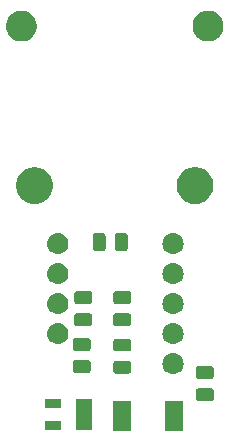
<source format=gts>
G04 #@! TF.GenerationSoftware,KiCad,Pcbnew,(5.1.0)-1*
G04 #@! TF.CreationDate,2019-04-10T14:00:02-04:00*
G04 #@! TF.ProjectId,thermocouple_daughter,74686572-6d6f-4636-9f75-706c655f6461,rev?*
G04 #@! TF.SameCoordinates,Original*
G04 #@! TF.FileFunction,Soldermask,Top*
G04 #@! TF.FilePolarity,Negative*
%FSLAX46Y46*%
G04 Gerber Fmt 4.6, Leading zero omitted, Abs format (unit mm)*
G04 Created by KiCad (PCBNEW (5.1.0)-1) date 2019-04-10 14:00:03*
%MOMM*%
%LPD*%
G04 APERTURE LIST*
%ADD10C,0.100000*%
G04 APERTURE END LIST*
D10*
G36*
X163504000Y-107804000D02*
G01*
X161952000Y-107804000D01*
X161952000Y-105302000D01*
X163504000Y-105302000D01*
X163504000Y-107804000D01*
X163504000Y-107804000D01*
G37*
G36*
X159104000Y-107804000D02*
G01*
X157552000Y-107804000D01*
X157552000Y-105302000D01*
X159104000Y-105302000D01*
X159104000Y-107804000D01*
X159104000Y-107804000D01*
G37*
G36*
X155768000Y-107752000D02*
G01*
X154446000Y-107752000D01*
X154446000Y-105100000D01*
X155768000Y-105100000D01*
X155768000Y-107752000D01*
X155768000Y-107752000D01*
G37*
G36*
X153148000Y-107752000D02*
G01*
X151826000Y-107752000D01*
X151826000Y-107000000D01*
X153148000Y-107000000D01*
X153148000Y-107752000D01*
X153148000Y-107752000D01*
G37*
G36*
X153148000Y-105852000D02*
G01*
X151826000Y-105852000D01*
X151826000Y-105100000D01*
X153148000Y-105100000D01*
X153148000Y-105852000D01*
X153148000Y-105852000D01*
G37*
G36*
X165938468Y-104211065D02*
G01*
X165977138Y-104222796D01*
X166012777Y-104241846D01*
X166044017Y-104267483D01*
X166069654Y-104298723D01*
X166088704Y-104334362D01*
X166100435Y-104373032D01*
X166105000Y-104419388D01*
X166105000Y-105070612D01*
X166100435Y-105116968D01*
X166088704Y-105155638D01*
X166069654Y-105191277D01*
X166044017Y-105222517D01*
X166012777Y-105248154D01*
X165977138Y-105267204D01*
X165938468Y-105278935D01*
X165892112Y-105283500D01*
X164815888Y-105283500D01*
X164769532Y-105278935D01*
X164730862Y-105267204D01*
X164695223Y-105248154D01*
X164663983Y-105222517D01*
X164638346Y-105191277D01*
X164619296Y-105155638D01*
X164607565Y-105116968D01*
X164603000Y-105070612D01*
X164603000Y-104419388D01*
X164607565Y-104373032D01*
X164619296Y-104334362D01*
X164638346Y-104298723D01*
X164663983Y-104267483D01*
X164695223Y-104241846D01*
X164730862Y-104222796D01*
X164769532Y-104211065D01*
X164815888Y-104206500D01*
X165892112Y-104206500D01*
X165938468Y-104211065D01*
X165938468Y-104211065D01*
G37*
G36*
X165938468Y-102336065D02*
G01*
X165977138Y-102347796D01*
X166012777Y-102366846D01*
X166044017Y-102392483D01*
X166069654Y-102423723D01*
X166088704Y-102459362D01*
X166100435Y-102498032D01*
X166105000Y-102544388D01*
X166105000Y-103195612D01*
X166100435Y-103241968D01*
X166088704Y-103280638D01*
X166069654Y-103316277D01*
X166044017Y-103347517D01*
X166012777Y-103373154D01*
X165977138Y-103392204D01*
X165938468Y-103403935D01*
X165892112Y-103408500D01*
X164815888Y-103408500D01*
X164769532Y-103403935D01*
X164730862Y-103392204D01*
X164695223Y-103373154D01*
X164663983Y-103347517D01*
X164638346Y-103316277D01*
X164619296Y-103280638D01*
X164607565Y-103241968D01*
X164603000Y-103195612D01*
X164603000Y-102544388D01*
X164607565Y-102498032D01*
X164619296Y-102459362D01*
X164638346Y-102423723D01*
X164663983Y-102392483D01*
X164695223Y-102366846D01*
X164730862Y-102347796D01*
X164769532Y-102336065D01*
X164815888Y-102331500D01*
X165892112Y-102331500D01*
X165938468Y-102336065D01*
X165938468Y-102336065D01*
G37*
G36*
X162778442Y-101213518D02*
G01*
X162844627Y-101220037D01*
X163014466Y-101271557D01*
X163170991Y-101355222D01*
X163206729Y-101384552D01*
X163308186Y-101467814D01*
X163391448Y-101569271D01*
X163420778Y-101605009D01*
X163504443Y-101761534D01*
X163555963Y-101931373D01*
X163573359Y-102108000D01*
X163555963Y-102284627D01*
X163504443Y-102454466D01*
X163420778Y-102610991D01*
X163391448Y-102646729D01*
X163308186Y-102748186D01*
X163219292Y-102821138D01*
X163170991Y-102860778D01*
X163014466Y-102944443D01*
X162844627Y-102995963D01*
X162778443Y-103002481D01*
X162712260Y-103009000D01*
X162623740Y-103009000D01*
X162557558Y-103002482D01*
X162491373Y-102995963D01*
X162321534Y-102944443D01*
X162165009Y-102860778D01*
X162116708Y-102821138D01*
X162027814Y-102748186D01*
X161944552Y-102646729D01*
X161915222Y-102610991D01*
X161831557Y-102454466D01*
X161780037Y-102284627D01*
X161762641Y-102108000D01*
X161780037Y-101931373D01*
X161831557Y-101761534D01*
X161915222Y-101605009D01*
X161944552Y-101569271D01*
X162027814Y-101467814D01*
X162129271Y-101384552D01*
X162165009Y-101355222D01*
X162321534Y-101271557D01*
X162491373Y-101220037D01*
X162557557Y-101213519D01*
X162623740Y-101207000D01*
X162712260Y-101207000D01*
X162778442Y-101213518D01*
X162778442Y-101213518D01*
G37*
G36*
X158953468Y-101876565D02*
G01*
X158992138Y-101888296D01*
X159027777Y-101907346D01*
X159059017Y-101932983D01*
X159084654Y-101964223D01*
X159103704Y-101999862D01*
X159115435Y-102038532D01*
X159120000Y-102084888D01*
X159120000Y-102736112D01*
X159115435Y-102782468D01*
X159103704Y-102821138D01*
X159084654Y-102856777D01*
X159059017Y-102888017D01*
X159027777Y-102913654D01*
X158992138Y-102932704D01*
X158953468Y-102944435D01*
X158907112Y-102949000D01*
X157830888Y-102949000D01*
X157784532Y-102944435D01*
X157745862Y-102932704D01*
X157710223Y-102913654D01*
X157678983Y-102888017D01*
X157653346Y-102856777D01*
X157634296Y-102821138D01*
X157622565Y-102782468D01*
X157618000Y-102736112D01*
X157618000Y-102084888D01*
X157622565Y-102038532D01*
X157634296Y-101999862D01*
X157653346Y-101964223D01*
X157678983Y-101932983D01*
X157710223Y-101907346D01*
X157745862Y-101888296D01*
X157784532Y-101876565D01*
X157830888Y-101872000D01*
X158907112Y-101872000D01*
X158953468Y-101876565D01*
X158953468Y-101876565D01*
G37*
G36*
X155524468Y-101828065D02*
G01*
X155563138Y-101839796D01*
X155598777Y-101858846D01*
X155630017Y-101884483D01*
X155655654Y-101915723D01*
X155674704Y-101951362D01*
X155686435Y-101990032D01*
X155691000Y-102036388D01*
X155691000Y-102687612D01*
X155686435Y-102733968D01*
X155674704Y-102772638D01*
X155655654Y-102808277D01*
X155630017Y-102839517D01*
X155598777Y-102865154D01*
X155563138Y-102884204D01*
X155524468Y-102895935D01*
X155478112Y-102900500D01*
X154401888Y-102900500D01*
X154355532Y-102895935D01*
X154316862Y-102884204D01*
X154281223Y-102865154D01*
X154249983Y-102839517D01*
X154224346Y-102808277D01*
X154205296Y-102772638D01*
X154193565Y-102733968D01*
X154189000Y-102687612D01*
X154189000Y-102036388D01*
X154193565Y-101990032D01*
X154205296Y-101951362D01*
X154224346Y-101915723D01*
X154249983Y-101884483D01*
X154281223Y-101858846D01*
X154316862Y-101839796D01*
X154355532Y-101828065D01*
X154401888Y-101823500D01*
X155478112Y-101823500D01*
X155524468Y-101828065D01*
X155524468Y-101828065D01*
G37*
G36*
X158953468Y-100001565D02*
G01*
X158992138Y-100013296D01*
X159027777Y-100032346D01*
X159059017Y-100057983D01*
X159084654Y-100089223D01*
X159103704Y-100124862D01*
X159115435Y-100163532D01*
X159120000Y-100209888D01*
X159120000Y-100861112D01*
X159115435Y-100907468D01*
X159103704Y-100946138D01*
X159084654Y-100981777D01*
X159059017Y-101013017D01*
X159027777Y-101038654D01*
X158992138Y-101057704D01*
X158953468Y-101069435D01*
X158907112Y-101074000D01*
X157830888Y-101074000D01*
X157784532Y-101069435D01*
X157745862Y-101057704D01*
X157710223Y-101038654D01*
X157678983Y-101013017D01*
X157653346Y-100981777D01*
X157634296Y-100946138D01*
X157622565Y-100907468D01*
X157618000Y-100861112D01*
X157618000Y-100209888D01*
X157622565Y-100163532D01*
X157634296Y-100124862D01*
X157653346Y-100089223D01*
X157678983Y-100057983D01*
X157710223Y-100032346D01*
X157745862Y-100013296D01*
X157784532Y-100001565D01*
X157830888Y-99997000D01*
X158907112Y-99997000D01*
X158953468Y-100001565D01*
X158953468Y-100001565D01*
G37*
G36*
X155524468Y-99953065D02*
G01*
X155563138Y-99964796D01*
X155598777Y-99983846D01*
X155630017Y-100009483D01*
X155655654Y-100040723D01*
X155674704Y-100076362D01*
X155686435Y-100115032D01*
X155691000Y-100161388D01*
X155691000Y-100812612D01*
X155686435Y-100858968D01*
X155674704Y-100897638D01*
X155655654Y-100933277D01*
X155630017Y-100964517D01*
X155598777Y-100990154D01*
X155563138Y-101009204D01*
X155524468Y-101020935D01*
X155478112Y-101025500D01*
X154401888Y-101025500D01*
X154355532Y-101020935D01*
X154316862Y-101009204D01*
X154281223Y-100990154D01*
X154249983Y-100964517D01*
X154224346Y-100933277D01*
X154205296Y-100897638D01*
X154193565Y-100858968D01*
X154189000Y-100812612D01*
X154189000Y-100161388D01*
X154193565Y-100115032D01*
X154205296Y-100076362D01*
X154224346Y-100040723D01*
X154249983Y-100009483D01*
X154281223Y-99983846D01*
X154316862Y-99964796D01*
X154355532Y-99953065D01*
X154401888Y-99948500D01*
X155478112Y-99948500D01*
X155524468Y-99953065D01*
X155524468Y-99953065D01*
G37*
G36*
X162778442Y-98673518D02*
G01*
X162844627Y-98680037D01*
X163014466Y-98731557D01*
X163014468Y-98731558D01*
X163092729Y-98773390D01*
X163170991Y-98815222D01*
X163202739Y-98841277D01*
X163308186Y-98927814D01*
X163391448Y-99029271D01*
X163420778Y-99065009D01*
X163504443Y-99221534D01*
X163555963Y-99391373D01*
X163573359Y-99568000D01*
X163555963Y-99744627D01*
X163504443Y-99914466D01*
X163420778Y-100070991D01*
X163416781Y-100075861D01*
X163308186Y-100208186D01*
X163206729Y-100291448D01*
X163170991Y-100320778D01*
X163014466Y-100404443D01*
X162844627Y-100455963D01*
X162778442Y-100462482D01*
X162712260Y-100469000D01*
X162623740Y-100469000D01*
X162557557Y-100462481D01*
X162491373Y-100455963D01*
X162321534Y-100404443D01*
X162165009Y-100320778D01*
X162129271Y-100291448D01*
X162027814Y-100208186D01*
X161919219Y-100075861D01*
X161915222Y-100070991D01*
X161831557Y-99914466D01*
X161780037Y-99744627D01*
X161762641Y-99568000D01*
X161780037Y-99391373D01*
X161831557Y-99221534D01*
X161915222Y-99065009D01*
X161944552Y-99029271D01*
X162027814Y-98927814D01*
X162133261Y-98841277D01*
X162165009Y-98815222D01*
X162243271Y-98773390D01*
X162321532Y-98731558D01*
X162321534Y-98731557D01*
X162491373Y-98680037D01*
X162557558Y-98673518D01*
X162623740Y-98667000D01*
X162712260Y-98667000D01*
X162778442Y-98673518D01*
X162778442Y-98673518D01*
G37*
G36*
X153018442Y-98673518D02*
G01*
X153084627Y-98680037D01*
X153254466Y-98731557D01*
X153254468Y-98731558D01*
X153332729Y-98773390D01*
X153410991Y-98815222D01*
X153442739Y-98841277D01*
X153548186Y-98927814D01*
X153631448Y-99029271D01*
X153660778Y-99065009D01*
X153744443Y-99221534D01*
X153795963Y-99391373D01*
X153813359Y-99568000D01*
X153795963Y-99744627D01*
X153744443Y-99914466D01*
X153660778Y-100070991D01*
X153656781Y-100075861D01*
X153548186Y-100208186D01*
X153446729Y-100291448D01*
X153410991Y-100320778D01*
X153254466Y-100404443D01*
X153084627Y-100455963D01*
X153018442Y-100462482D01*
X152952260Y-100469000D01*
X152863740Y-100469000D01*
X152797557Y-100462481D01*
X152731373Y-100455963D01*
X152561534Y-100404443D01*
X152405009Y-100320778D01*
X152369271Y-100291448D01*
X152267814Y-100208186D01*
X152159219Y-100075861D01*
X152155222Y-100070991D01*
X152071557Y-99914466D01*
X152020037Y-99744627D01*
X152002641Y-99568000D01*
X152020037Y-99391373D01*
X152071557Y-99221534D01*
X152155222Y-99065009D01*
X152184552Y-99029271D01*
X152267814Y-98927814D01*
X152373261Y-98841277D01*
X152405009Y-98815222D01*
X152483271Y-98773390D01*
X152561532Y-98731558D01*
X152561534Y-98731557D01*
X152731373Y-98680037D01*
X152797558Y-98673518D01*
X152863740Y-98667000D01*
X152952260Y-98667000D01*
X153018442Y-98673518D01*
X153018442Y-98673518D01*
G37*
G36*
X158953468Y-97861065D02*
G01*
X158992138Y-97872796D01*
X159027777Y-97891846D01*
X159059017Y-97917483D01*
X159084654Y-97948723D01*
X159103704Y-97984362D01*
X159115435Y-98023032D01*
X159120000Y-98069388D01*
X159120000Y-98720612D01*
X159115435Y-98766968D01*
X159103704Y-98805638D01*
X159084654Y-98841277D01*
X159059017Y-98872517D01*
X159027777Y-98898154D01*
X158992138Y-98917204D01*
X158953468Y-98928935D01*
X158907112Y-98933500D01*
X157830888Y-98933500D01*
X157784532Y-98928935D01*
X157745862Y-98917204D01*
X157710223Y-98898154D01*
X157678983Y-98872517D01*
X157653346Y-98841277D01*
X157634296Y-98805638D01*
X157622565Y-98766968D01*
X157618000Y-98720612D01*
X157618000Y-98069388D01*
X157622565Y-98023032D01*
X157634296Y-97984362D01*
X157653346Y-97948723D01*
X157678983Y-97917483D01*
X157710223Y-97891846D01*
X157745862Y-97872796D01*
X157784532Y-97861065D01*
X157830888Y-97856500D01*
X158907112Y-97856500D01*
X158953468Y-97861065D01*
X158953468Y-97861065D01*
G37*
G36*
X155651468Y-97861065D02*
G01*
X155690138Y-97872796D01*
X155725777Y-97891846D01*
X155757017Y-97917483D01*
X155782654Y-97948723D01*
X155801704Y-97984362D01*
X155813435Y-98023032D01*
X155818000Y-98069388D01*
X155818000Y-98720612D01*
X155813435Y-98766968D01*
X155801704Y-98805638D01*
X155782654Y-98841277D01*
X155757017Y-98872517D01*
X155725777Y-98898154D01*
X155690138Y-98917204D01*
X155651468Y-98928935D01*
X155605112Y-98933500D01*
X154528888Y-98933500D01*
X154482532Y-98928935D01*
X154443862Y-98917204D01*
X154408223Y-98898154D01*
X154376983Y-98872517D01*
X154351346Y-98841277D01*
X154332296Y-98805638D01*
X154320565Y-98766968D01*
X154316000Y-98720612D01*
X154316000Y-98069388D01*
X154320565Y-98023032D01*
X154332296Y-97984362D01*
X154351346Y-97948723D01*
X154376983Y-97917483D01*
X154408223Y-97891846D01*
X154443862Y-97872796D01*
X154482532Y-97861065D01*
X154528888Y-97856500D01*
X155605112Y-97856500D01*
X155651468Y-97861065D01*
X155651468Y-97861065D01*
G37*
G36*
X162778443Y-96133519D02*
G01*
X162844627Y-96140037D01*
X163014466Y-96191557D01*
X163014468Y-96191558D01*
X163026935Y-96198222D01*
X163170991Y-96275222D01*
X163206729Y-96304552D01*
X163308186Y-96387814D01*
X163391448Y-96489271D01*
X163420778Y-96525009D01*
X163504443Y-96681534D01*
X163555963Y-96851373D01*
X163573359Y-97028000D01*
X163555963Y-97204627D01*
X163504443Y-97374466D01*
X163420778Y-97530991D01*
X163391448Y-97566729D01*
X163308186Y-97668186D01*
X163206729Y-97751448D01*
X163170991Y-97780778D01*
X163170989Y-97780779D01*
X163019647Y-97861674D01*
X163014466Y-97864443D01*
X162844627Y-97915963D01*
X162778442Y-97922482D01*
X162712260Y-97929000D01*
X162623740Y-97929000D01*
X162557558Y-97922482D01*
X162491373Y-97915963D01*
X162321534Y-97864443D01*
X162316354Y-97861674D01*
X162165011Y-97780779D01*
X162165009Y-97780778D01*
X162129271Y-97751448D01*
X162027814Y-97668186D01*
X161944552Y-97566729D01*
X161915222Y-97530991D01*
X161831557Y-97374466D01*
X161780037Y-97204627D01*
X161762641Y-97028000D01*
X161780037Y-96851373D01*
X161831557Y-96681534D01*
X161915222Y-96525009D01*
X161944552Y-96489271D01*
X162027814Y-96387814D01*
X162129271Y-96304552D01*
X162165009Y-96275222D01*
X162309065Y-96198222D01*
X162321532Y-96191558D01*
X162321534Y-96191557D01*
X162491373Y-96140037D01*
X162557557Y-96133519D01*
X162623740Y-96127000D01*
X162712260Y-96127000D01*
X162778443Y-96133519D01*
X162778443Y-96133519D01*
G37*
G36*
X153018443Y-96133519D02*
G01*
X153084627Y-96140037D01*
X153254466Y-96191557D01*
X153254468Y-96191558D01*
X153266935Y-96198222D01*
X153410991Y-96275222D01*
X153446729Y-96304552D01*
X153548186Y-96387814D01*
X153631448Y-96489271D01*
X153660778Y-96525009D01*
X153744443Y-96681534D01*
X153795963Y-96851373D01*
X153813359Y-97028000D01*
X153795963Y-97204627D01*
X153744443Y-97374466D01*
X153660778Y-97530991D01*
X153631448Y-97566729D01*
X153548186Y-97668186D01*
X153446729Y-97751448D01*
X153410991Y-97780778D01*
X153410989Y-97780779D01*
X153259647Y-97861674D01*
X153254466Y-97864443D01*
X153084627Y-97915963D01*
X153018442Y-97922482D01*
X152952260Y-97929000D01*
X152863740Y-97929000D01*
X152797558Y-97922482D01*
X152731373Y-97915963D01*
X152561534Y-97864443D01*
X152556354Y-97861674D01*
X152405011Y-97780779D01*
X152405009Y-97780778D01*
X152369271Y-97751448D01*
X152267814Y-97668186D01*
X152184552Y-97566729D01*
X152155222Y-97530991D01*
X152071557Y-97374466D01*
X152020037Y-97204627D01*
X152002641Y-97028000D01*
X152020037Y-96851373D01*
X152071557Y-96681534D01*
X152155222Y-96525009D01*
X152184552Y-96489271D01*
X152267814Y-96387814D01*
X152369271Y-96304552D01*
X152405009Y-96275222D01*
X152549065Y-96198222D01*
X152561532Y-96191558D01*
X152561534Y-96191557D01*
X152731373Y-96140037D01*
X152797557Y-96133519D01*
X152863740Y-96127000D01*
X152952260Y-96127000D01*
X153018443Y-96133519D01*
X153018443Y-96133519D01*
G37*
G36*
X155651468Y-95986065D02*
G01*
X155690138Y-95997796D01*
X155725777Y-96016846D01*
X155757017Y-96042483D01*
X155782654Y-96073723D01*
X155801704Y-96109362D01*
X155813435Y-96148032D01*
X155818000Y-96194388D01*
X155818000Y-96845612D01*
X155813435Y-96891968D01*
X155801704Y-96930638D01*
X155782654Y-96966277D01*
X155757017Y-96997517D01*
X155725777Y-97023154D01*
X155690138Y-97042204D01*
X155651468Y-97053935D01*
X155605112Y-97058500D01*
X154528888Y-97058500D01*
X154482532Y-97053935D01*
X154443862Y-97042204D01*
X154408223Y-97023154D01*
X154376983Y-96997517D01*
X154351346Y-96966277D01*
X154332296Y-96930638D01*
X154320565Y-96891968D01*
X154316000Y-96845612D01*
X154316000Y-96194388D01*
X154320565Y-96148032D01*
X154332296Y-96109362D01*
X154351346Y-96073723D01*
X154376983Y-96042483D01*
X154408223Y-96016846D01*
X154443862Y-95997796D01*
X154482532Y-95986065D01*
X154528888Y-95981500D01*
X155605112Y-95981500D01*
X155651468Y-95986065D01*
X155651468Y-95986065D01*
G37*
G36*
X158953468Y-95986065D02*
G01*
X158992138Y-95997796D01*
X159027777Y-96016846D01*
X159059017Y-96042483D01*
X159084654Y-96073723D01*
X159103704Y-96109362D01*
X159115435Y-96148032D01*
X159120000Y-96194388D01*
X159120000Y-96845612D01*
X159115435Y-96891968D01*
X159103704Y-96930638D01*
X159084654Y-96966277D01*
X159059017Y-96997517D01*
X159027777Y-97023154D01*
X158992138Y-97042204D01*
X158953468Y-97053935D01*
X158907112Y-97058500D01*
X157830888Y-97058500D01*
X157784532Y-97053935D01*
X157745862Y-97042204D01*
X157710223Y-97023154D01*
X157678983Y-96997517D01*
X157653346Y-96966277D01*
X157634296Y-96930638D01*
X157622565Y-96891968D01*
X157618000Y-96845612D01*
X157618000Y-96194388D01*
X157622565Y-96148032D01*
X157634296Y-96109362D01*
X157653346Y-96073723D01*
X157678983Y-96042483D01*
X157710223Y-96016846D01*
X157745862Y-95997796D01*
X157784532Y-95986065D01*
X157830888Y-95981500D01*
X158907112Y-95981500D01*
X158953468Y-95986065D01*
X158953468Y-95986065D01*
G37*
G36*
X162778442Y-93593518D02*
G01*
X162844627Y-93600037D01*
X163014466Y-93651557D01*
X163170991Y-93735222D01*
X163206729Y-93764552D01*
X163308186Y-93847814D01*
X163391448Y-93949271D01*
X163420778Y-93985009D01*
X163504443Y-94141534D01*
X163555963Y-94311373D01*
X163573359Y-94488000D01*
X163555963Y-94664627D01*
X163504443Y-94834466D01*
X163420778Y-94990991D01*
X163391448Y-95026729D01*
X163308186Y-95128186D01*
X163206729Y-95211448D01*
X163170991Y-95240778D01*
X163014466Y-95324443D01*
X162844627Y-95375963D01*
X162778443Y-95382481D01*
X162712260Y-95389000D01*
X162623740Y-95389000D01*
X162557557Y-95382481D01*
X162491373Y-95375963D01*
X162321534Y-95324443D01*
X162165009Y-95240778D01*
X162129271Y-95211448D01*
X162027814Y-95128186D01*
X161944552Y-95026729D01*
X161915222Y-94990991D01*
X161831557Y-94834466D01*
X161780037Y-94664627D01*
X161762641Y-94488000D01*
X161780037Y-94311373D01*
X161831557Y-94141534D01*
X161915222Y-93985009D01*
X161944552Y-93949271D01*
X162027814Y-93847814D01*
X162129271Y-93764552D01*
X162165009Y-93735222D01*
X162321534Y-93651557D01*
X162491373Y-93600037D01*
X162557557Y-93593519D01*
X162623740Y-93587000D01*
X162712260Y-93587000D01*
X162778442Y-93593518D01*
X162778442Y-93593518D01*
G37*
G36*
X153018442Y-93593518D02*
G01*
X153084627Y-93600037D01*
X153254466Y-93651557D01*
X153410991Y-93735222D01*
X153446729Y-93764552D01*
X153548186Y-93847814D01*
X153631448Y-93949271D01*
X153660778Y-93985009D01*
X153744443Y-94141534D01*
X153795963Y-94311373D01*
X153813359Y-94488000D01*
X153795963Y-94664627D01*
X153744443Y-94834466D01*
X153660778Y-94990991D01*
X153631448Y-95026729D01*
X153548186Y-95128186D01*
X153446729Y-95211448D01*
X153410991Y-95240778D01*
X153254466Y-95324443D01*
X153084627Y-95375963D01*
X153018443Y-95382481D01*
X152952260Y-95389000D01*
X152863740Y-95389000D01*
X152797557Y-95382481D01*
X152731373Y-95375963D01*
X152561534Y-95324443D01*
X152405009Y-95240778D01*
X152369271Y-95211448D01*
X152267814Y-95128186D01*
X152184552Y-95026729D01*
X152155222Y-94990991D01*
X152071557Y-94834466D01*
X152020037Y-94664627D01*
X152002641Y-94488000D01*
X152020037Y-94311373D01*
X152071557Y-94141534D01*
X152155222Y-93985009D01*
X152184552Y-93949271D01*
X152267814Y-93847814D01*
X152369271Y-93764552D01*
X152405009Y-93735222D01*
X152561534Y-93651557D01*
X152731373Y-93600037D01*
X152797557Y-93593519D01*
X152863740Y-93587000D01*
X152952260Y-93587000D01*
X153018442Y-93593518D01*
X153018442Y-93593518D01*
G37*
G36*
X153018442Y-91053518D02*
G01*
X153084627Y-91060037D01*
X153254466Y-91111557D01*
X153410991Y-91195222D01*
X153446729Y-91224552D01*
X153548186Y-91307814D01*
X153631448Y-91409271D01*
X153660778Y-91445009D01*
X153744443Y-91601534D01*
X153795963Y-91771373D01*
X153813359Y-91948000D01*
X153795963Y-92124627D01*
X153744443Y-92294466D01*
X153660778Y-92450991D01*
X153659673Y-92452337D01*
X153548186Y-92588186D01*
X153446729Y-92671448D01*
X153410991Y-92700778D01*
X153254466Y-92784443D01*
X153084627Y-92835963D01*
X153018442Y-92842482D01*
X152952260Y-92849000D01*
X152863740Y-92849000D01*
X152797558Y-92842482D01*
X152731373Y-92835963D01*
X152561534Y-92784443D01*
X152405009Y-92700778D01*
X152369271Y-92671448D01*
X152267814Y-92588186D01*
X152156327Y-92452337D01*
X152155222Y-92450991D01*
X152071557Y-92294466D01*
X152020037Y-92124627D01*
X152002641Y-91948000D01*
X152020037Y-91771373D01*
X152071557Y-91601534D01*
X152155222Y-91445009D01*
X152184552Y-91409271D01*
X152267814Y-91307814D01*
X152369271Y-91224552D01*
X152405009Y-91195222D01*
X152561534Y-91111557D01*
X152731373Y-91060037D01*
X152797558Y-91053518D01*
X152863740Y-91047000D01*
X152952260Y-91047000D01*
X153018442Y-91053518D01*
X153018442Y-91053518D01*
G37*
G36*
X162778442Y-91053518D02*
G01*
X162844627Y-91060037D01*
X163014466Y-91111557D01*
X163170991Y-91195222D01*
X163206729Y-91224552D01*
X163308186Y-91307814D01*
X163391448Y-91409271D01*
X163420778Y-91445009D01*
X163504443Y-91601534D01*
X163555963Y-91771373D01*
X163573359Y-91948000D01*
X163555963Y-92124627D01*
X163504443Y-92294466D01*
X163420778Y-92450991D01*
X163419673Y-92452337D01*
X163308186Y-92588186D01*
X163206729Y-92671448D01*
X163170991Y-92700778D01*
X163014466Y-92784443D01*
X162844627Y-92835963D01*
X162778442Y-92842482D01*
X162712260Y-92849000D01*
X162623740Y-92849000D01*
X162557558Y-92842482D01*
X162491373Y-92835963D01*
X162321534Y-92784443D01*
X162165009Y-92700778D01*
X162129271Y-92671448D01*
X162027814Y-92588186D01*
X161916327Y-92452337D01*
X161915222Y-92450991D01*
X161831557Y-92294466D01*
X161780037Y-92124627D01*
X161762641Y-91948000D01*
X161780037Y-91771373D01*
X161831557Y-91601534D01*
X161915222Y-91445009D01*
X161944552Y-91409271D01*
X162027814Y-91307814D01*
X162129271Y-91224552D01*
X162165009Y-91195222D01*
X162321534Y-91111557D01*
X162491373Y-91060037D01*
X162557558Y-91053518D01*
X162623740Y-91047000D01*
X162712260Y-91047000D01*
X162778442Y-91053518D01*
X162778442Y-91053518D01*
G37*
G36*
X156787468Y-91074565D02*
G01*
X156826138Y-91086296D01*
X156861777Y-91105346D01*
X156893017Y-91130983D01*
X156918654Y-91162223D01*
X156937704Y-91197862D01*
X156949435Y-91236532D01*
X156954000Y-91282888D01*
X156954000Y-92359112D01*
X156949435Y-92405468D01*
X156937704Y-92444138D01*
X156918654Y-92479777D01*
X156893017Y-92511017D01*
X156861777Y-92536654D01*
X156826138Y-92555704D01*
X156787468Y-92567435D01*
X156741112Y-92572000D01*
X156089888Y-92572000D01*
X156043532Y-92567435D01*
X156004862Y-92555704D01*
X155969223Y-92536654D01*
X155937983Y-92511017D01*
X155912346Y-92479777D01*
X155893296Y-92444138D01*
X155881565Y-92405468D01*
X155877000Y-92359112D01*
X155877000Y-91282888D01*
X155881565Y-91236532D01*
X155893296Y-91197862D01*
X155912346Y-91162223D01*
X155937983Y-91130983D01*
X155969223Y-91105346D01*
X156004862Y-91086296D01*
X156043532Y-91074565D01*
X156089888Y-91070000D01*
X156741112Y-91070000D01*
X156787468Y-91074565D01*
X156787468Y-91074565D01*
G37*
G36*
X158662468Y-91074565D02*
G01*
X158701138Y-91086296D01*
X158736777Y-91105346D01*
X158768017Y-91130983D01*
X158793654Y-91162223D01*
X158812704Y-91197862D01*
X158824435Y-91236532D01*
X158829000Y-91282888D01*
X158829000Y-92359112D01*
X158824435Y-92405468D01*
X158812704Y-92444138D01*
X158793654Y-92479777D01*
X158768017Y-92511017D01*
X158736777Y-92536654D01*
X158701138Y-92555704D01*
X158662468Y-92567435D01*
X158616112Y-92572000D01*
X157964888Y-92572000D01*
X157918532Y-92567435D01*
X157879862Y-92555704D01*
X157844223Y-92536654D01*
X157812983Y-92511017D01*
X157787346Y-92479777D01*
X157768296Y-92444138D01*
X157756565Y-92405468D01*
X157752000Y-92359112D01*
X157752000Y-91282888D01*
X157756565Y-91236532D01*
X157768296Y-91197862D01*
X157787346Y-91162223D01*
X157812983Y-91130983D01*
X157844223Y-91105346D01*
X157879862Y-91086296D01*
X157918532Y-91074565D01*
X157964888Y-91070000D01*
X158616112Y-91070000D01*
X158662468Y-91074565D01*
X158662468Y-91074565D01*
G37*
G36*
X164836585Y-85511802D02*
G01*
X164986410Y-85541604D01*
X165268674Y-85658521D01*
X165522705Y-85828259D01*
X165738741Y-86044295D01*
X165908479Y-86298326D01*
X166025396Y-86580590D01*
X166085000Y-86880240D01*
X166085000Y-87185760D01*
X166025396Y-87485410D01*
X165908479Y-87767674D01*
X165738741Y-88021705D01*
X165522705Y-88237741D01*
X165268674Y-88407479D01*
X164986410Y-88524396D01*
X164836585Y-88554198D01*
X164686761Y-88584000D01*
X164381239Y-88584000D01*
X164231415Y-88554198D01*
X164081590Y-88524396D01*
X163799326Y-88407479D01*
X163545295Y-88237741D01*
X163329259Y-88021705D01*
X163159521Y-87767674D01*
X163042604Y-87485410D01*
X162983000Y-87185760D01*
X162983000Y-86880240D01*
X163042604Y-86580590D01*
X163159521Y-86298326D01*
X163329259Y-86044295D01*
X163545295Y-85828259D01*
X163799326Y-85658521D01*
X164081590Y-85541604D01*
X164231415Y-85511802D01*
X164381239Y-85482000D01*
X164686761Y-85482000D01*
X164836585Y-85511802D01*
X164836585Y-85511802D01*
G37*
G36*
X151236585Y-85511802D02*
G01*
X151386410Y-85541604D01*
X151668674Y-85658521D01*
X151922705Y-85828259D01*
X152138741Y-86044295D01*
X152308479Y-86298326D01*
X152425396Y-86580590D01*
X152485000Y-86880240D01*
X152485000Y-87185760D01*
X152425396Y-87485410D01*
X152308479Y-87767674D01*
X152138741Y-88021705D01*
X151922705Y-88237741D01*
X151668674Y-88407479D01*
X151386410Y-88524396D01*
X151236585Y-88554198D01*
X151086761Y-88584000D01*
X150781239Y-88584000D01*
X150631415Y-88554198D01*
X150481590Y-88524396D01*
X150199326Y-88407479D01*
X149945295Y-88237741D01*
X149729259Y-88021705D01*
X149559521Y-87767674D01*
X149442604Y-87485410D01*
X149383000Y-87185760D01*
X149383000Y-86880240D01*
X149442604Y-86580590D01*
X149559521Y-86298326D01*
X149729259Y-86044295D01*
X149945295Y-85828259D01*
X150199326Y-85658521D01*
X150481590Y-85541604D01*
X150631415Y-85511802D01*
X150781239Y-85482000D01*
X151086761Y-85482000D01*
X151236585Y-85511802D01*
X151236585Y-85511802D01*
G37*
G36*
X166013487Y-72281996D02*
G01*
X166250253Y-72380068D01*
X166250255Y-72380069D01*
X166463339Y-72522447D01*
X166644553Y-72703661D01*
X166786932Y-72916747D01*
X166885004Y-73153513D01*
X166935000Y-73404861D01*
X166935000Y-73661139D01*
X166885004Y-73912487D01*
X166786932Y-74149253D01*
X166786931Y-74149255D01*
X166644553Y-74362339D01*
X166463339Y-74543553D01*
X166250255Y-74685931D01*
X166250254Y-74685932D01*
X166250253Y-74685932D01*
X166013487Y-74784004D01*
X165762139Y-74834000D01*
X165505861Y-74834000D01*
X165254513Y-74784004D01*
X165017747Y-74685932D01*
X165017746Y-74685932D01*
X165017745Y-74685931D01*
X164804661Y-74543553D01*
X164623447Y-74362339D01*
X164481069Y-74149255D01*
X164481068Y-74149253D01*
X164382996Y-73912487D01*
X164333000Y-73661139D01*
X164333000Y-73404861D01*
X164382996Y-73153513D01*
X164481068Y-72916747D01*
X164623447Y-72703661D01*
X164804661Y-72522447D01*
X165017745Y-72380069D01*
X165017747Y-72380068D01*
X165254513Y-72281996D01*
X165505861Y-72232000D01*
X165762139Y-72232000D01*
X166013487Y-72281996D01*
X166013487Y-72281996D01*
G37*
G36*
X150213487Y-72281996D02*
G01*
X150450253Y-72380068D01*
X150450255Y-72380069D01*
X150663339Y-72522447D01*
X150844553Y-72703661D01*
X150986932Y-72916747D01*
X151085004Y-73153513D01*
X151135000Y-73404861D01*
X151135000Y-73661139D01*
X151085004Y-73912487D01*
X150986932Y-74149253D01*
X150986931Y-74149255D01*
X150844553Y-74362339D01*
X150663339Y-74543553D01*
X150450255Y-74685931D01*
X150450254Y-74685932D01*
X150450253Y-74685932D01*
X150213487Y-74784004D01*
X149962139Y-74834000D01*
X149705861Y-74834000D01*
X149454513Y-74784004D01*
X149217747Y-74685932D01*
X149217746Y-74685932D01*
X149217745Y-74685931D01*
X149004661Y-74543553D01*
X148823447Y-74362339D01*
X148681069Y-74149255D01*
X148681068Y-74149253D01*
X148582996Y-73912487D01*
X148533000Y-73661139D01*
X148533000Y-73404861D01*
X148582996Y-73153513D01*
X148681068Y-72916747D01*
X148823447Y-72703661D01*
X149004661Y-72522447D01*
X149217745Y-72380069D01*
X149217747Y-72380068D01*
X149454513Y-72281996D01*
X149705861Y-72232000D01*
X149962139Y-72232000D01*
X150213487Y-72281996D01*
X150213487Y-72281996D01*
G37*
M02*

</source>
